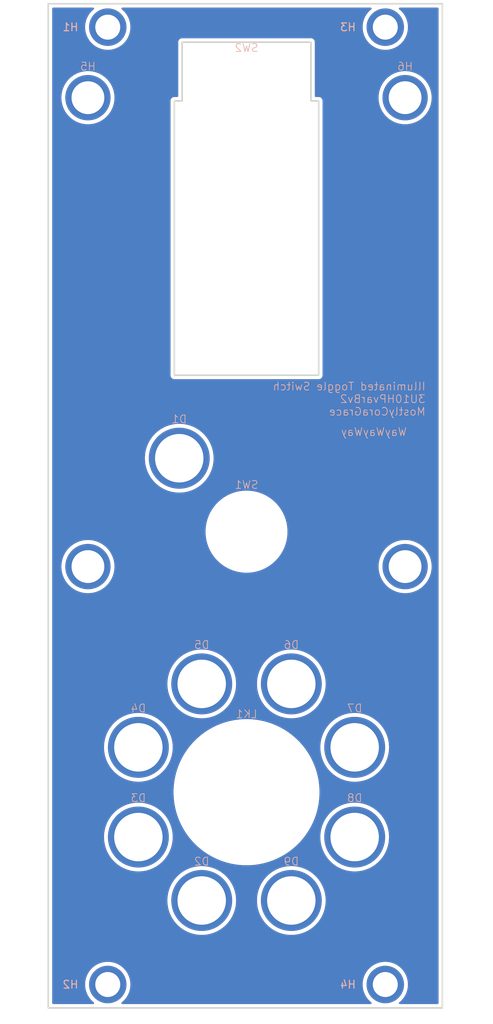
<source format=kicad_pcb>
(kicad_pcb (version 20241229) (generator "pcbnew") (generator_version "9.0")
  (layers (0 "F.Cu" signal) (2 "B.Cu" signal) (13 "F.Paste" user) (15 "B.Paste" user) (5 "F.SilkS" user "F.Silkscreen") (7 "B.SilkS" user "B.Silkscreen") (1 "F.Mask" user) (3 "B.Mask" user) (25 "Edge.Cuts" user))
  (net 0 "")
  (footprint "EXC:Handle_2UM4P60_A" (layer "F.Cu") (at 5.08 14.45)
    (property "Reference" "H5" (at 0 -4 0) (layer "B.SilkS") (effects (font (thickness 0.1)) (justify mirror)))
    (property "Value" "Handle_2UM4P60_PanelMount")
    (pad "" thru_hole circle (at 0 0) (size 5.8 5.8) (drill 4.2) (layers "*.Cu" "*.Mask"))
    (pad "" thru_hole circle (at 0 60) (size 5.8 5.8) (drill 4.2) (layers "*.Cu" "*.Mask"))
  )
  (footprint "EXC:6mm_Panel_Mount_LED" (layer "F.Cu") (at 39.2582 109.057)
    (property "Reference" "D8" (at 0 -5 0) (layer "B.SilkS") (effects (font (thickness 0.1)) (justify mirror)))
    (property "Value" "6mm_Panel_Mount_LED")
    (pad "" thru_hole circle (at 0 0) (size 7.8 7.8) (drill 6.2) (layers "*.Cu" "*.Mask"))
  )
  (footprint "EXC:6mm_Panel_Mount_LED" (layer "F.Cu") (at 16.78 60.5825)
    (property "Reference" "D1" (at 0 -5 0) (layer "B.SilkS") (effects (font (thickness 0.1)) (justify mirror)))
    (property "Value" "6mm_Panel_Mount_LED")
    (pad "" thru_hole circle (at 0 0) (size 7.8 7.8) (drill 6.2) (layers "*.Cu" "*.Mask"))
  )
  (footprint "EXC:MountingHole_3.2mm_M3" (layer "F.Cu") (at 7.62 127.925)
    (property "Reference" "H2" (at -3.683 0 0) (layer "B.SilkS") (effects (justify left mirror)))
    (property "Value" "Eurorack_M3_MountingHole")
    (pad "" thru_hole circle (at 0 0) (size 4.8 4.8) (drill 3.2) (layers "*.Cu" "*.Mask"))
  )
  (footprint "EXC:6mm_Panel_Mount_LED" (layer "F.Cu") (at 31.1402 117.175)
    (property "Reference" "D9" (at 0 -5 0) (layer "B.SilkS") (effects (font (thickness 0.1)) (justify mirror)))
    (property "Value" "6mm_Panel_Mount_LED")
    (pad "" thru_hole circle (at 0 0) (size 7.8 7.8) (drill 6.2) (layers "*.Cu" "*.Mask"))
  )
  (footprint "EXC:6mm_Panel_Mount_LED" (layer "F.Cu") (at 11.5418 109.057)
    (property "Reference" "D3" (at 0 -5 0) (layer "B.SilkS") (effects (font (thickness 0.1)) (justify mirror)))
    (property "Value" "6mm_Panel_Mount_LED")
    (pad "" thru_hole circle (at 0 0) (size 7.8 7.8) (drill 6.2) (layers "*.Cu" "*.Mask"))
  )
  (footprint "EXC:6mm_Panel_Mount_LED" (layer "F.Cu") (at 19.6597 117.175)
    (property "Reference" "D2" (at 0 -5 0) (layer "B.SilkS") (effects (font (thickness 0.1)) (justify mirror)))
    (property "Value" "6mm_Panel_Mount_LED")
    (pad "" thru_hole circle (at 0 0) (size 7.8 7.8) (drill 6.2) (layers "*.Cu" "*.Mask"))
  )
  (footprint "EXC:Illuminated_Toggle_Switch_M12_Top" (layer "F.Cu") (at 25.4 35.5787)
    (property "Reference" "SW2" (at 0 -27.5 0) (layer "B.SilkS") (effects (font (thickness 0.1)) (justify mirror)))
    (property "Value" "SW_Covered_SPST_w/LED_Panel_Mount_Top")
    (fp_line (start -9.242 -20.7181) (end -9.242 14.3847) (stroke (width 0.2)) (layer "Edge.Cuts"))
    (fp_line (start -9.242 14.3847) (end 9.242 14.3847) (stroke (width 0.2)) (layer "Edge.Cuts"))
    (fp_line (start -8.25 -28.2307) (end -8.25 -20.7181) (stroke (width 0.2)) (layer "Edge.Cuts"))
    (fp_line (start -8.25 -28.2307) (end 8.25 -28.2307) (stroke (width 0.2)) (layer "Edge.Cuts"))
    (fp_line (start -8.25 -20.7181) (end -9.242 -20.7181) (stroke (width 0.2)) (layer "Edge.Cuts"))
    (fp_line (start 8.25 -28.2307) (end 8.25 -20.7181) (stroke (width 0.2)) (layer "Edge.Cuts"))
    (fp_line (start 8.25 -20.7181) (end 9.242 -20.7181) (stroke (width 0.2)) (layer "Edge.Cuts"))
    (fp_line (start 9.242 -20.7181) (end 9.242 14.3847) (stroke (width 0.2)) (layer "Edge.Cuts"))
  )
  (footprint "EXC:6mm_Panel_Mount_LED" (layer "F.Cu") (at 11.5418 97.5766)
    (property "Reference" "D4" (at 0 -5 0) (layer "B.SilkS") (effects (font (thickness 0.1)) (justify mirror)))
    (property "Value" "6mm_Panel_Mount_LED")
    (pad "" thru_hole circle (at 0 0) (size 7.8 7.8) (drill 6.2) (layers "*.Cu" "*.Mask"))
  )
  (footprint "EXC:MountingHole_3.2mm_M3" (layer "F.Cu") (at 43.18 5.425)
    (property "Reference" "H3" (at -3.683 0 0) (layer "B.SilkS") (effects (justify left mirror)))
    (property "Value" "Eurorack_M3_MountingHole")
    (pad "" thru_hole circle (at 0 0) (size 4.8 4.8) (drill 3.2) (layers "*.Cu" "*.Mask"))
  )
  (footprint "EXC:6mm_Panel_Mount_LED" (layer "F.Cu") (at 31.1403 89.4586)
    (property "Reference" "D6" (at 0 -5 0) (layer "B.SilkS") (effects (font (thickness 0.1)) (justify mirror)))
    (property "Value" "6mm_Panel_Mount_LED")
    (pad "" thru_hole circle (at 0 0) (size 7.8 7.8) (drill 6.2) (layers "*.Cu" "*.Mask"))
  )
  (footprint "EXC:MountingHole_3.2mm_M3" (layer "F.Cu") (at 43.18 127.925)
    (property "Reference" "H4" (at -3.683 0 0) (layer "B.SilkS") (effects (justify left mirror)))
    (property "Value" "Eurorack_M3_MountingHole")
    (pad "" thru_hole circle (at 0 0) (size 4.8 4.8) (drill 3.2) (layers "*.Cu" "*.Mask"))
  )
  (footprint "EXC:MountingHole_3.2mm_M3" (layer "F.Cu") (at 7.62 5.425)
    (property "Reference" "H1" (at -3.683 0 0) (layer "B.SilkS") (effects (justify left mirror)))
    (property "Value" "Eurorack_M3_MountingHole")
    (pad "" thru_hole circle (at 0 0) (size 4.8 4.8) (drill 3.2) (layers "*.Cu" "*.Mask"))
  )
  (footprint "EXC:6mm_Panel_Mount_LED" (layer "F.Cu") (at 39.2582 97.5766)
    (property "Reference" "D7" (at 0 -5 0) (layer "B.SilkS") (effects (font (thickness 0.1)) (justify mirror)))
    (property "Value" "6mm_Panel_Mount_LED")
    (pad "" thru_hole circle (at 0 0) (size 7.8 7.8) (drill 6.2) (layers "*.Cu" "*.Mask"))
  )
  (footprint "EXC:Handle_2UM4P60_A" (layer "F.Cu") (at 45.72 14.45)
    (property "Reference" "H6" (at 0 -4 0) (layer "B.SilkS") (effects (font (thickness 0.1)) (justify mirror)))
    (property "Value" "Handle_2UM4P60_PanelMount")
    (pad "" thru_hole circle (at 0 0) (size 5.8 5.8) (drill 4.2) (layers "*.Cu" "*.Mask"))
    (pad "" thru_hole circle (at 0 60) (size 5.8 5.8) (drill 4.2) (layers "*.Cu" "*.Mask"))
  )
  (footprint "EXC:Knob_Large_20mm" (layer "F.Cu") (at 25.4 103.317)
    (property "Reference" "LK1" (at 0 -10 0) (layer "B.SilkS") (effects (font (thickness 0.1)) (justify mirror)))
    (property "Value" "20mm Large Knob")
    (pad "" np_thru_hole circle (at 0 0) (size 18.2 18.2) (drill 18.2) (layers "*.Cu" "*.Mask"))
  )
  (footprint "EXC:6mm_Panel_Mount_LED" (layer "F.Cu") (at 19.6597 89.4586)
    (property "Reference" "D5" (at 0 -5 0) (layer "B.SilkS") (effects (font (thickness 0.1)) (justify mirror)))
    (property "Value" "6mm_Panel_Mount_LED")
    (pad "" thru_hole circle (at 0 0) (size 7.8 7.8) (drill 6.2) (layers "*.Cu" "*.Mask"))
  )
  (footprint "EXC:SW_M6-M6.35_Panel_Mount_Hole" (layer "F.Cu") (at 25.4 69.9825)
    (property "Reference" "SW1" (at 0 -6 0) (layer "B.SilkS") (effects (font (thickness 0.1)) (justify mirror)))
    (property "Value" "SW_M6/M6.35_Panel_Mount_Hole")
    (pad "" np_thru_hole circle (at 0 0) (size 10 10) (drill 10) (layers "*.Cu" "*.Mask"))
  )
  (gr_rect (start 0 2.425) (end 50.5 130.925) (stroke (width 0.2)) (fill no) (layer "Edge.Cuts"))
  (gr_text "Illuminated Toggle Switch\n3U10HPvarBv2\nMostlyCoraGrace" (at 48.4 55.2 0) (layer "B.SilkS") (effects (font (size 1 1) (thickness 0.1)) (justify left bottom mirror)))
  (gr_text "WayWayWay" (at 46 57.8 0) (layer "B.SilkS") (effects (font (size 1 1) (thickness 0.1)) (justify left bottom mirror)))
  (zone (net 0) (net_name "") (layers "F.Cu" "B.Cu") (connect_pads (clearance 0.5)) (min_thickness 0.25) (fill yes (thermal_gap 0.5) (thermal_bridge_width 0.5) (island_removal_mode 1) (island_area_min 10))
    (polygon (pts (xy 0 2.425) (xy 50.5 2.425) (xy 50.5 130.925) (xy 0 130.925)))
  )
)
</source>
